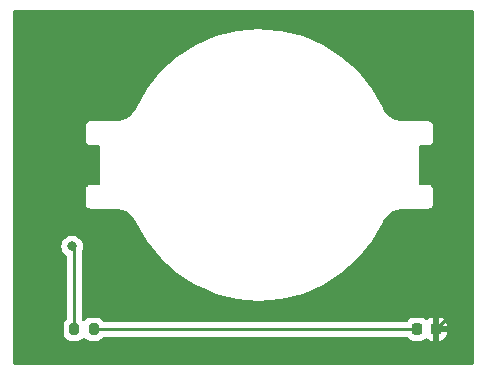
<source format=gbr>
%TF.GenerationSoftware,KiCad,Pcbnew,7.0.7*%
%TF.CreationDate,2024-01-22T14:54:53+09:00*%
%TF.ProjectId,coincall,636f696e-6361-46c6-9c2e-6b696361645f,rev?*%
%TF.SameCoordinates,Original*%
%TF.FileFunction,Copper,L1,Top*%
%TF.FilePolarity,Positive*%
%FSLAX46Y46*%
G04 Gerber Fmt 4.6, Leading zero omitted, Abs format (unit mm)*
G04 Created by KiCad (PCBNEW 7.0.7) date 2024-01-22 14:54:53*
%MOMM*%
%LPD*%
G01*
G04 APERTURE LIST*
G04 Aperture macros list*
%AMRoundRect*
0 Rectangle with rounded corners*
0 $1 Rounding radius*
0 $2 $3 $4 $5 $6 $7 $8 $9 X,Y pos of 4 corners*
0 Add a 4 corners polygon primitive as box body*
4,1,4,$2,$3,$4,$5,$6,$7,$8,$9,$2,$3,0*
0 Add four circle primitives for the rounded corners*
1,1,$1+$1,$2,$3*
1,1,$1+$1,$4,$5*
1,1,$1+$1,$6,$7*
1,1,$1+$1,$8,$9*
0 Add four rect primitives between the rounded corners*
20,1,$1+$1,$2,$3,$4,$5,0*
20,1,$1+$1,$4,$5,$6,$7,0*
20,1,$1+$1,$6,$7,$8,$9,0*
20,1,$1+$1,$8,$9,$2,$3,0*%
G04 Aperture macros list end*
%TA.AperFunction,SMDPad,CuDef*%
%ADD10RoundRect,0.200000X-0.200000X-0.275000X0.200000X-0.275000X0.200000X0.275000X-0.200000X0.275000X0*%
%TD*%
%TA.AperFunction,SMDPad,CuDef*%
%ADD11RoundRect,0.218750X0.218750X0.256250X-0.218750X0.256250X-0.218750X-0.256250X0.218750X-0.256250X0*%
%TD*%
%TA.AperFunction,ViaPad*%
%ADD12C,0.800000*%
%TD*%
%TA.AperFunction,Conductor*%
%ADD13C,0.250000*%
%TD*%
G04 APERTURE END LIST*
D10*
%TO.P,R4,1*%
%TO.N,+5V*%
X163175000Y-113000000D03*
%TO.P,R4,2*%
%TO.N,Net-(D4-A)*%
X164825000Y-113000000D03*
%TD*%
D11*
%TO.P,D4,1,K*%
%TO.N,GND*%
X193787500Y-113000000D03*
%TO.P,D4,2,A*%
%TO.N,Net-(D4-A)*%
X192212500Y-113000000D03*
%TD*%
D12*
%TO.N,GND*%
X194564000Y-104648000D03*
%TO.N,+5V*%
X163000000Y-106000000D03*
%TD*%
D13*
%TO.N,GND*%
X194564000Y-112223500D02*
X194564000Y-104648000D01*
X193787500Y-113000000D02*
X194564000Y-112223500D01*
%TO.N,+5V*%
X163175000Y-106175000D02*
X163000000Y-106000000D01*
X163175000Y-113000000D02*
X163175000Y-106175000D01*
%TO.N,Net-(D4-A)*%
X164825000Y-113000000D02*
X192212500Y-113000000D01*
%TD*%
%TA.AperFunction,Conductor*%
%TO.N,GND*%
G36*
X196943039Y-86019685D02*
G01*
X196988794Y-86072489D01*
X197000000Y-86124000D01*
X197000000Y-115876000D01*
X196980315Y-115943039D01*
X196927511Y-115988794D01*
X196876000Y-116000000D01*
X158124000Y-116000000D01*
X158056961Y-115980315D01*
X158011206Y-115927511D01*
X158000000Y-115876000D01*
X158000000Y-106000000D01*
X162094540Y-106000000D01*
X162114326Y-106188256D01*
X162114327Y-106188259D01*
X162172818Y-106368277D01*
X162172819Y-106368279D01*
X162172821Y-106368284D01*
X162267467Y-106532216D01*
X162394129Y-106672888D01*
X162498385Y-106748634D01*
X162541051Y-106803963D01*
X162549500Y-106848952D01*
X162549500Y-112108480D01*
X162529815Y-112175519D01*
X162513181Y-112196161D01*
X162419531Y-112289810D01*
X162419530Y-112289811D01*
X162331522Y-112435393D01*
X162280913Y-112597807D01*
X162274500Y-112668386D01*
X162274500Y-113331613D01*
X162280913Y-113402192D01*
X162280913Y-113402194D01*
X162280914Y-113402196D01*
X162330732Y-113562072D01*
X162331522Y-113564606D01*
X162419530Y-113710188D01*
X162539811Y-113830469D01*
X162539813Y-113830470D01*
X162539815Y-113830472D01*
X162685394Y-113918478D01*
X162847804Y-113969086D01*
X162918384Y-113975500D01*
X162918387Y-113975500D01*
X163431613Y-113975500D01*
X163431616Y-113975500D01*
X163502196Y-113969086D01*
X163664606Y-113918478D01*
X163810185Y-113830472D01*
X163848657Y-113792000D01*
X163912319Y-113728339D01*
X163973642Y-113694854D01*
X164043334Y-113699838D01*
X164087681Y-113728339D01*
X164189811Y-113830469D01*
X164189813Y-113830470D01*
X164189815Y-113830472D01*
X164335394Y-113918478D01*
X164497804Y-113969086D01*
X164568384Y-113975500D01*
X164568387Y-113975500D01*
X165081613Y-113975500D01*
X165081616Y-113975500D01*
X165152196Y-113969086D01*
X165314606Y-113918478D01*
X165460185Y-113830472D01*
X165580472Y-113710185D01*
X165595485Y-113685349D01*
X165647014Y-113638162D01*
X165701602Y-113625500D01*
X191307235Y-113625500D01*
X191374274Y-113645185D01*
X191412772Y-113684401D01*
X191425719Y-113705391D01*
X191425720Y-113705392D01*
X191544608Y-113824280D01*
X191544612Y-113824283D01*
X191687704Y-113912544D01*
X191687707Y-113912545D01*
X191687713Y-113912549D01*
X191847315Y-113965436D01*
X191945826Y-113975500D01*
X191945831Y-113975500D01*
X192479169Y-113975500D01*
X192479174Y-113975500D01*
X192577685Y-113965436D01*
X192737287Y-113912549D01*
X192880391Y-113824281D01*
X192912672Y-113792000D01*
X192973995Y-113758515D01*
X193043687Y-113763499D01*
X193088034Y-113792000D01*
X193119919Y-113823885D01*
X193262922Y-113912091D01*
X193262927Y-113912093D01*
X193422416Y-113964942D01*
X193520856Y-113974999D01*
X193537500Y-113974998D01*
X193537500Y-113250000D01*
X194037500Y-113250000D01*
X194037500Y-113974999D01*
X194054136Y-113974999D01*
X194054152Y-113974998D01*
X194152583Y-113964943D01*
X194312072Y-113912093D01*
X194312077Y-113912091D01*
X194455080Y-113823885D01*
X194573885Y-113705080D01*
X194662091Y-113562077D01*
X194662093Y-113562072D01*
X194714942Y-113402583D01*
X194724999Y-113304150D01*
X194725000Y-113304137D01*
X194725000Y-113250000D01*
X194037500Y-113250000D01*
X193537500Y-113250000D01*
X193537500Y-112025000D01*
X194037500Y-112025000D01*
X194037500Y-112750000D01*
X194724999Y-112750000D01*
X194724999Y-112695864D01*
X194724998Y-112695847D01*
X194714943Y-112597416D01*
X194662093Y-112437927D01*
X194662091Y-112437922D01*
X194573885Y-112294919D01*
X194455080Y-112176114D01*
X194312077Y-112087908D01*
X194312072Y-112087906D01*
X194152583Y-112035057D01*
X194054150Y-112025000D01*
X194037500Y-112025000D01*
X193537500Y-112025000D01*
X193537500Y-112024999D01*
X193520856Y-112025000D01*
X193422415Y-112035057D01*
X193262927Y-112087906D01*
X193262922Y-112087908D01*
X193119919Y-112176114D01*
X193088033Y-112208000D01*
X193026709Y-112241485D01*
X192957018Y-112236499D01*
X192912673Y-112208000D01*
X192880392Y-112175719D01*
X192880387Y-112175716D01*
X192737295Y-112087455D01*
X192737289Y-112087452D01*
X192737287Y-112087451D01*
X192577685Y-112034564D01*
X192577683Y-112034563D01*
X192479181Y-112024500D01*
X192479174Y-112024500D01*
X191945826Y-112024500D01*
X191945818Y-112024500D01*
X191847316Y-112034563D01*
X191847315Y-112034564D01*
X191768219Y-112060773D01*
X191687715Y-112087450D01*
X191687704Y-112087455D01*
X191544612Y-112175716D01*
X191544608Y-112175719D01*
X191425720Y-112294607D01*
X191425718Y-112294609D01*
X191425719Y-112294609D01*
X191412772Y-112315598D01*
X191360826Y-112362321D01*
X191307235Y-112374500D01*
X165701602Y-112374500D01*
X165634563Y-112354815D01*
X165595486Y-112314651D01*
X165580471Y-112289814D01*
X165580468Y-112289810D01*
X165460188Y-112169530D01*
X165450499Y-112163673D01*
X165314606Y-112081522D01*
X165152196Y-112030914D01*
X165152194Y-112030913D01*
X165152192Y-112030913D01*
X165102778Y-112026423D01*
X165081616Y-112024500D01*
X164568384Y-112024500D01*
X164549144Y-112026248D01*
X164497807Y-112030913D01*
X164335393Y-112081522D01*
X164189811Y-112169530D01*
X164189810Y-112169531D01*
X164087681Y-112271661D01*
X164026358Y-112305146D01*
X163956666Y-112300162D01*
X163912319Y-112271661D01*
X163836819Y-112196161D01*
X163803334Y-112134838D01*
X163800500Y-112108480D01*
X163800500Y-106447718D01*
X163817112Y-106385720D01*
X163827179Y-106368284D01*
X163885674Y-106188256D01*
X163905460Y-106000000D01*
X163885674Y-105811744D01*
X163827179Y-105631716D01*
X163732533Y-105467784D01*
X163605871Y-105327112D01*
X163605870Y-105327111D01*
X163452734Y-105215851D01*
X163452729Y-105215848D01*
X163279807Y-105138857D01*
X163279802Y-105138855D01*
X163134000Y-105107865D01*
X163094646Y-105099500D01*
X162905354Y-105099500D01*
X162872897Y-105106398D01*
X162720197Y-105138855D01*
X162720192Y-105138857D01*
X162547270Y-105215848D01*
X162547265Y-105215851D01*
X162394129Y-105327111D01*
X162267466Y-105467785D01*
X162172821Y-105631715D01*
X162172818Y-105631722D01*
X162114327Y-105811740D01*
X162114326Y-105811744D01*
X162094540Y-106000000D01*
X158000000Y-106000000D01*
X158000000Y-102326658D01*
X164140759Y-102326658D01*
X164147973Y-102372202D01*
X164149500Y-102391600D01*
X164149500Y-102437728D01*
X164150545Y-102441628D01*
X164150463Y-102445042D01*
X164150561Y-102445783D01*
X164150445Y-102445798D01*
X164149869Y-102469930D01*
X164161372Y-102492506D01*
X164170661Y-102516704D01*
X164176792Y-102539584D01*
X164176794Y-102539589D01*
X164188183Y-102559315D01*
X164195418Y-102589139D01*
X164207497Y-102601218D01*
X164227198Y-102626892D01*
X164229520Y-102630913D01*
X164304087Y-102705480D01*
X164308101Y-102707797D01*
X164333781Y-102727502D01*
X164341668Y-102735389D01*
X164349323Y-102735435D01*
X164375685Y-102746817D01*
X164395408Y-102758204D01*
X164395409Y-102758205D01*
X164395413Y-102758207D01*
X164418299Y-102764339D01*
X164442496Y-102773628D01*
X164457729Y-102781389D01*
X164461726Y-102780232D01*
X164493375Y-102784455D01*
X164497273Y-102785500D01*
X164543405Y-102785500D01*
X164562802Y-102787027D01*
X164599608Y-102792856D01*
X164603314Y-102790481D01*
X164638106Y-102785500D01*
X166602844Y-102785500D01*
X166607870Y-102785703D01*
X166918438Y-102810962D01*
X166938263Y-102814208D01*
X167233307Y-102887492D01*
X167252349Y-102893899D01*
X167531685Y-103013901D01*
X167549435Y-103023298D01*
X167805704Y-103186861D01*
X167821712Y-103199011D01*
X168048169Y-103401823D01*
X168062008Y-103416404D01*
X168252717Y-103653142D01*
X168264018Y-103669769D01*
X168417357Y-103940195D01*
X168417363Y-103940205D01*
X169338449Y-105564618D01*
X169338662Y-105565026D01*
X169339667Y-105566218D01*
X170508102Y-107016670D01*
X170508295Y-107016927D01*
X170508552Y-107017142D01*
X171054712Y-107506272D01*
X171896989Y-108260598D01*
X171897235Y-108260832D01*
X171897283Y-108260861D01*
X171897286Y-108260863D01*
X171897288Y-108260863D01*
X171897544Y-108261016D01*
X172873111Y-108883661D01*
X173468624Y-109263741D01*
X173468932Y-109263951D01*
X173469236Y-109264068D01*
X174311376Y-109625850D01*
X175181806Y-109999787D01*
X175182003Y-109999880D01*
X175182010Y-109999885D01*
X175182017Y-109999886D01*
X175182069Y-109999911D01*
X175182115Y-109999920D01*
X175182121Y-109999923D01*
X175182126Y-109999923D01*
X175182368Y-109999973D01*
X176991257Y-110449269D01*
X176991549Y-110449351D01*
X176991553Y-110449353D01*
X176991556Y-110449353D01*
X176991613Y-110449369D01*
X176991664Y-110449371D01*
X176991668Y-110449372D01*
X176991671Y-110449371D01*
X176991914Y-110449381D01*
X178849678Y-110600474D01*
X178849937Y-110600504D01*
X178849942Y-110600506D01*
X178849946Y-110600505D01*
X178850003Y-110600512D01*
X178850055Y-110600505D01*
X178850058Y-110600506D01*
X178850060Y-110600505D01*
X178850314Y-110600475D01*
X179545540Y-110543932D01*
X180708035Y-110449386D01*
X180708330Y-110449371D01*
X180708333Y-110449372D01*
X180708335Y-110449371D01*
X180708384Y-110449369D01*
X180708438Y-110449353D01*
X180708448Y-110449353D01*
X180708456Y-110449348D01*
X180708689Y-110449282D01*
X182517635Y-109999972D01*
X182517874Y-109999922D01*
X182517880Y-109999922D01*
X182517885Y-109999919D01*
X182517940Y-109999908D01*
X182517986Y-109999886D01*
X182517991Y-109999885D01*
X182517994Y-109999882D01*
X182518234Y-109999769D01*
X182520143Y-109998949D01*
X184230774Y-109264063D01*
X184231011Y-109263971D01*
X184231017Y-109263971D01*
X184231021Y-109263967D01*
X184231068Y-109263950D01*
X184231111Y-109263919D01*
X184231120Y-109263916D01*
X184231125Y-109263909D01*
X184231281Y-109263801D01*
X185802415Y-108261041D01*
X185802711Y-108260864D01*
X185802715Y-108260863D01*
X185802718Y-108260860D01*
X185802760Y-108260835D01*
X185802801Y-108260795D01*
X185802807Y-108260792D01*
X185802810Y-108260786D01*
X185802975Y-108260628D01*
X187191439Y-107017150D01*
X187191658Y-107016965D01*
X187191663Y-107016963D01*
X187191666Y-107016958D01*
X187191704Y-107016927D01*
X187191736Y-107016883D01*
X187191743Y-107016878D01*
X187191746Y-107016870D01*
X187191883Y-107016688D01*
X187191910Y-107016655D01*
X188361200Y-105565143D01*
X188361347Y-105564973D01*
X188361353Y-105564969D01*
X188361356Y-105564962D01*
X188361395Y-105564918D01*
X188361576Y-105564574D01*
X189281088Y-103942939D01*
X189281088Y-103942937D01*
X189435986Y-103669761D01*
X189447275Y-103653150D01*
X189637995Y-103416399D01*
X189651827Y-103401825D01*
X189878295Y-103199004D01*
X189894287Y-103186867D01*
X190150569Y-103023296D01*
X190168314Y-103013901D01*
X190447654Y-102893897D01*
X190466688Y-102887493D01*
X190761738Y-102814208D01*
X190781559Y-102810962D01*
X191092130Y-102785703D01*
X191097157Y-102785500D01*
X193061893Y-102785500D01*
X193091656Y-102794239D01*
X193137197Y-102787027D01*
X193156594Y-102785500D01*
X193202725Y-102785500D01*
X193202727Y-102785500D01*
X193206619Y-102784457D01*
X193210030Y-102784538D01*
X193210783Y-102784439D01*
X193210798Y-102784556D01*
X193234926Y-102785130D01*
X193257498Y-102773629D01*
X193281691Y-102764341D01*
X193304587Y-102758207D01*
X193324314Y-102746817D01*
X193354137Y-102739581D01*
X193366214Y-102727505D01*
X193391889Y-102707802D01*
X193395913Y-102705480D01*
X193470480Y-102630913D01*
X193472802Y-102626889D01*
X193492505Y-102601214D01*
X193500391Y-102593327D01*
X193500437Y-102585671D01*
X193511817Y-102559315D01*
X193523207Y-102539587D01*
X193529341Y-102516691D01*
X193538629Y-102492498D01*
X193546389Y-102477267D01*
X193545232Y-102473273D01*
X193549457Y-102441618D01*
X193550500Y-102437727D01*
X193550500Y-102391593D01*
X193552027Y-102372195D01*
X193557856Y-102335390D01*
X193555481Y-102331685D01*
X193550500Y-102296893D01*
X193550500Y-101275132D01*
X193559454Y-101244636D01*
X193552081Y-101198170D01*
X193550549Y-101178750D01*
X193550549Y-101178440D01*
X193550544Y-101132321D01*
X193549707Y-101129198D01*
X193549771Y-101126459D01*
X193549482Y-101124259D01*
X193549825Y-101124213D01*
X193550381Y-101100698D01*
X193538741Y-101077847D01*
X193529460Y-101053669D01*
X193523239Y-101030462D01*
X193523238Y-101030461D01*
X193523238Y-101030459D01*
X193511981Y-101010965D01*
X193504731Y-100981093D01*
X193492596Y-100968956D01*
X193472902Y-100943289D01*
X193470503Y-100939135D01*
X193470502Y-100939133D01*
X193470499Y-100939130D01*
X193470496Y-100939126D01*
X193395929Y-100864569D01*
X193395927Y-100864568D01*
X193391848Y-100862213D01*
X193366158Y-100842500D01*
X193358217Y-100834558D01*
X193350506Y-100834512D01*
X193324160Y-100823136D01*
X193304598Y-100811843D01*
X193304595Y-100811842D01*
X193281683Y-100805703D01*
X193257475Y-100796411D01*
X193242180Y-100788617D01*
X193238149Y-100789785D01*
X193206515Y-100785563D01*
X193202739Y-100784551D01*
X193202729Y-100784550D01*
X193202727Y-100784550D01*
X193156611Y-100784550D01*
X193137211Y-100783023D01*
X193100379Y-100777188D01*
X193096666Y-100779569D01*
X193061872Y-100784550D01*
X192474500Y-100784550D01*
X192407461Y-100764865D01*
X192361706Y-100712061D01*
X192350500Y-100660550D01*
X192350500Y-97539534D01*
X192370185Y-97472495D01*
X192422989Y-97426740D01*
X192474482Y-97415534D01*
X193059865Y-97415461D01*
X193090349Y-97424407D01*
X193136878Y-97417030D01*
X193156298Y-97415500D01*
X193202731Y-97415500D01*
X193205862Y-97414661D01*
X193208608Y-97414726D01*
X193210790Y-97414439D01*
X193210834Y-97414779D01*
X193234364Y-97415337D01*
X193257208Y-97403702D01*
X193281382Y-97394423D01*
X193304599Y-97388202D01*
X193324093Y-97376945D01*
X193353972Y-97369694D01*
X193366105Y-97357563D01*
X193391774Y-97337866D01*
X193395930Y-97335467D01*
X193470498Y-97260889D01*
X193472851Y-97256811D01*
X193492568Y-97231114D01*
X193500506Y-97223177D01*
X193500552Y-97215465D01*
X193511926Y-97189118D01*
X193523221Y-97169552D01*
X193529359Y-97146633D01*
X193538649Y-97122429D01*
X193546437Y-97107142D01*
X193545270Y-97103112D01*
X193549491Y-97071467D01*
X193550506Y-97067681D01*
X193550501Y-97023985D01*
X193552081Y-97004241D01*
X193556907Y-96974292D01*
X193555436Y-96971989D01*
X193550500Y-96937352D01*
X193550500Y-95905088D01*
X193559218Y-95875398D01*
X193552027Y-95830005D01*
X193550500Y-95810603D01*
X193550500Y-95804993D01*
X193550493Y-95804923D01*
X193550494Y-95764480D01*
X193549449Y-95760583D01*
X193549531Y-95757166D01*
X193549433Y-95756419D01*
X193549549Y-95756403D01*
X193550124Y-95732278D01*
X193538623Y-95709705D01*
X193529332Y-95685500D01*
X193528767Y-95683392D01*
X193523202Y-95662620D01*
X193523202Y-95662619D01*
X193523201Y-95662618D01*
X193511813Y-95642893D01*
X193504576Y-95613064D01*
X193492498Y-95600986D01*
X193472792Y-95575305D01*
X193470477Y-95571295D01*
X193395911Y-95496728D01*
X193395910Y-95496727D01*
X193395908Y-95496726D01*
X193391892Y-95494407D01*
X193366213Y-95474702D01*
X193358321Y-95466810D01*
X193350660Y-95466765D01*
X193324308Y-95455387D01*
X193320657Y-95453279D01*
X193304586Y-95444000D01*
X193281704Y-95437869D01*
X193257506Y-95428579D01*
X193242264Y-95420812D01*
X193238259Y-95421973D01*
X193206616Y-95417749D01*
X193202728Y-95416707D01*
X193202727Y-95416707D01*
X193156603Y-95416707D01*
X193137206Y-95415181D01*
X193100279Y-95409332D01*
X193096692Y-95411632D01*
X193061772Y-95416612D01*
X191097124Y-95414503D01*
X191092163Y-95414299D01*
X190781567Y-95389038D01*
X190761728Y-95385789D01*
X190466698Y-95312509D01*
X190447644Y-95306098D01*
X190168325Y-95186103D01*
X190150558Y-95176696D01*
X190150555Y-95176694D01*
X189894295Y-95013138D01*
X189878287Y-95000988D01*
X189651831Y-94798177D01*
X189637992Y-94783596D01*
X189447282Y-94546857D01*
X189447281Y-94546856D01*
X189447280Y-94546854D01*
X189435981Y-94530230D01*
X189280990Y-94256890D01*
X189280990Y-94256889D01*
X188361551Y-92635382D01*
X188361420Y-92635131D01*
X188361419Y-92635128D01*
X188361416Y-92635124D01*
X188361394Y-92635082D01*
X188361356Y-92635037D01*
X188361353Y-92635032D01*
X188361347Y-92635027D01*
X188361181Y-92634833D01*
X187191898Y-91183330D01*
X187191879Y-91183306D01*
X187191708Y-91183075D01*
X187191393Y-91182809D01*
X185802969Y-89939365D01*
X185802762Y-89939165D01*
X185802376Y-89938933D01*
X184231306Y-88936214D01*
X184231076Y-88936053D01*
X184230770Y-88935934D01*
X182518232Y-88200229D01*
X182517945Y-88200093D01*
X182517612Y-88200021D01*
X180983780Y-87819044D01*
X180708726Y-87750726D01*
X180708388Y-87750630D01*
X180708028Y-87750613D01*
X179289012Y-87635204D01*
X178850310Y-87599524D01*
X178849994Y-87599487D01*
X178849644Y-87599527D01*
X176991929Y-87750616D01*
X176991611Y-87750630D01*
X176991223Y-87750738D01*
X175182404Y-88200017D01*
X175182068Y-88200087D01*
X175181792Y-88200218D01*
X173469246Y-88935927D01*
X173468934Y-88936048D01*
X173468649Y-88936243D01*
X171897580Y-89938960D01*
X171897239Y-89939164D01*
X171897006Y-89939387D01*
X170508572Y-91182839D01*
X170508294Y-91183073D01*
X170508102Y-91183330D01*
X169338814Y-92634841D01*
X169338609Y-92635075D01*
X169338467Y-92635349D01*
X168383856Y-94318887D01*
X168264018Y-94530230D01*
X168252717Y-94546856D01*
X168062008Y-94783595D01*
X168048169Y-94798176D01*
X167821712Y-95000988D01*
X167805699Y-95013142D01*
X167549447Y-95176694D01*
X167531679Y-95186101D01*
X167252355Y-95306098D01*
X167233301Y-95312509D01*
X166938271Y-95385789D01*
X166918432Y-95389038D01*
X166607869Y-95414297D01*
X166602844Y-95414501D01*
X164638181Y-95414595D01*
X164608397Y-95405851D01*
X164562803Y-95413073D01*
X164543405Y-95414600D01*
X164497273Y-95414600D01*
X164497271Y-95414600D01*
X164497266Y-95414601D01*
X164493381Y-95415642D01*
X164489977Y-95415560D01*
X164489217Y-95415661D01*
X164489201Y-95415542D01*
X164465072Y-95414966D01*
X164442490Y-95426473D01*
X164418291Y-95435762D01*
X164395413Y-95441892D01*
X164395408Y-95441894D01*
X164375690Y-95453279D01*
X164345861Y-95460515D01*
X164333780Y-95472597D01*
X164308108Y-95492297D01*
X164304088Y-95494618D01*
X164304086Y-95494619D01*
X164229523Y-95569184D01*
X164229515Y-95569194D01*
X164227200Y-95573205D01*
X164207498Y-95598880D01*
X164199604Y-95606773D01*
X164199559Y-95614434D01*
X164188179Y-95640791D01*
X164176794Y-95660509D01*
X164176792Y-95660514D01*
X164170662Y-95683392D01*
X164161373Y-95707592D01*
X164153607Y-95722832D01*
X164154766Y-95726830D01*
X164150545Y-95758471D01*
X164149500Y-95762369D01*
X164149500Y-95808497D01*
X164147973Y-95827895D01*
X164142141Y-95864711D01*
X164144518Y-95868418D01*
X164149500Y-95903214D01*
X164149500Y-96928718D01*
X164140941Y-96957863D01*
X164147973Y-97002256D01*
X164149500Y-97021654D01*
X164149500Y-97026927D01*
X164149546Y-97027412D01*
X164149543Y-97067771D01*
X164149544Y-97067781D01*
X164150684Y-97072035D01*
X164150594Y-97075761D01*
X164150604Y-97075832D01*
X164150593Y-97075833D01*
X164150008Y-97100254D01*
X164161447Y-97122704D01*
X164170739Y-97146914D01*
X164176823Y-97169629D01*
X164176828Y-97169641D01*
X164188276Y-97189473D01*
X164195503Y-97219276D01*
X164207555Y-97231328D01*
X164227265Y-97257015D01*
X164229542Y-97260959D01*
X164304101Y-97335528D01*
X164308081Y-97337826D01*
X164333754Y-97357527D01*
X164341618Y-97365391D01*
X164349252Y-97365437D01*
X164375615Y-97376820D01*
X164395420Y-97388256D01*
X164418294Y-97394385D01*
X164442486Y-97403672D01*
X164457696Y-97411422D01*
X164461676Y-97410269D01*
X164493334Y-97414493D01*
X164497276Y-97415550D01*
X164525234Y-97415550D01*
X164525238Y-97415551D01*
X164543401Y-97415551D01*
X164562799Y-97417078D01*
X164599603Y-97422907D01*
X164603309Y-97420532D01*
X164638101Y-97415551D01*
X165225500Y-97415551D01*
X165292539Y-97435236D01*
X165338294Y-97488040D01*
X165349500Y-97539551D01*
X165349500Y-100660550D01*
X165329815Y-100727589D01*
X165277011Y-100773344D01*
X165225500Y-100784550D01*
X164640043Y-100784550D01*
X164609595Y-100775609D01*
X164563106Y-100782973D01*
X164543707Y-100784500D01*
X164497265Y-100784500D01*
X164493923Y-100785396D01*
X164490993Y-100785326D01*
X164489210Y-100785561D01*
X164489173Y-100785282D01*
X164465462Y-100784718D01*
X164442693Y-100796320D01*
X164418497Y-100805608D01*
X164395401Y-100811797D01*
X164375912Y-100823050D01*
X164346026Y-100830300D01*
X164333890Y-100842437D01*
X164308221Y-100862136D01*
X164304071Y-100864532D01*
X164229502Y-100939110D01*
X164227129Y-100943222D01*
X164207421Y-100968906D01*
X164199469Y-100976857D01*
X164199424Y-100984569D01*
X164188048Y-101010924D01*
X164176782Y-101030441D01*
X164176779Y-101030446D01*
X164170634Y-101053392D01*
X164161341Y-101077604D01*
X164153520Y-101092952D01*
X164154696Y-101097009D01*
X164150476Y-101128654D01*
X164149493Y-101132320D01*
X164149499Y-101178440D01*
X164147973Y-101197851D01*
X164142132Y-101234727D01*
X164144516Y-101238445D01*
X164149500Y-101273247D01*
X164149500Y-102296893D01*
X164140759Y-102326658D01*
X158000000Y-102326658D01*
X158000000Y-86124000D01*
X158019685Y-86056961D01*
X158072489Y-86011206D01*
X158124000Y-86000000D01*
X196876000Y-86000000D01*
X196943039Y-86019685D01*
G37*
%TD.AperFunction*%
%TD*%
M02*

</source>
